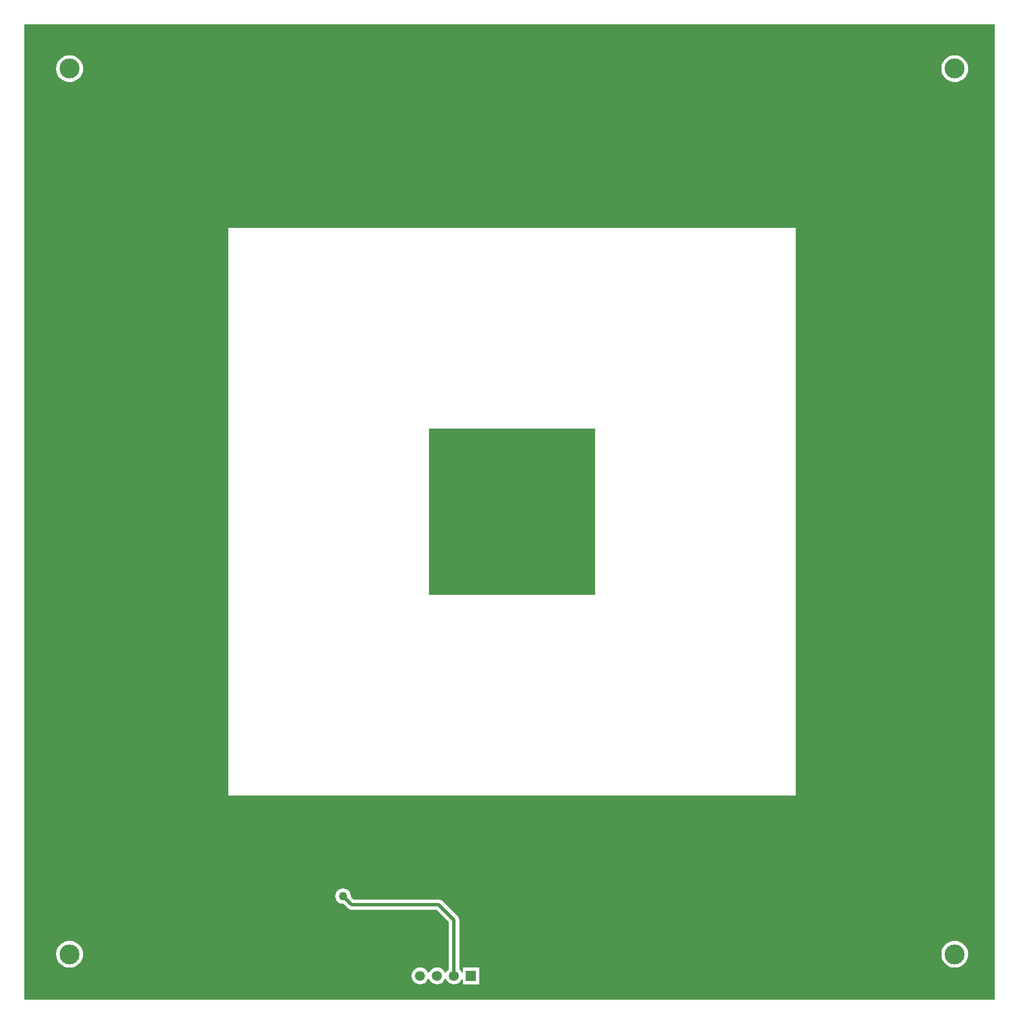
<source format=gbl>
%FSLAX25Y25*%
%MOIN*%
G70*
G01*
G75*
G04 Layer_Physical_Order=2*
G04 Layer_Color=16711680*
%ADD10R,0.05512X0.05906*%
%ADD11R,0.02559X0.04331*%
%ADD12O,0.02559X0.04331*%
%ADD13R,0.05512X0.04724*%
%ADD14R,0.05906X0.05512*%
%ADD15R,0.04724X0.05512*%
%ADD16C,0.02000*%
%ADD17C,0.01000*%
%ADD18C,0.11811*%
%ADD19C,0.05906*%
%ADD20R,0.05906X0.05906*%
%ADD21C,0.05000*%
%ADD22R,0.98425X0.98425*%
G36*
X580000Y7500D02*
X7500D01*
Y582000D01*
Y582500D01*
X580000D01*
Y7500D01*
D02*
G37*
%LPC*%
G36*
X34252Y42196D02*
X32702Y42043D01*
X31212Y41591D01*
X29839Y40857D01*
X28635Y39869D01*
X27647Y38665D01*
X26913Y37292D01*
X26461Y35802D01*
X26308Y34252D01*
X26461Y32702D01*
X26913Y31212D01*
X27647Y29839D01*
X28635Y28635D01*
X29839Y27647D01*
X31212Y26913D01*
X32702Y26461D01*
X34252Y26308D01*
X35802Y26461D01*
X37292Y26913D01*
X38665Y27647D01*
X39869Y28635D01*
X40857Y29839D01*
X41591Y31212D01*
X42043Y32702D01*
X42196Y34252D01*
X42043Y35802D01*
X41591Y37292D01*
X40857Y38665D01*
X39869Y39869D01*
X38665Y40857D01*
X37292Y41591D01*
X35802Y42043D01*
X34252Y42196D01*
D02*
G37*
G36*
X195500Y73039D02*
X194325Y72884D01*
X193231Y72431D01*
X192291Y71709D01*
X191569Y70769D01*
X191116Y69675D01*
X190961Y68500D01*
X191116Y67325D01*
X191569Y66231D01*
X192291Y65291D01*
X193231Y64569D01*
X194325Y64116D01*
X195500Y63961D01*
X195729Y63991D01*
X198360Y61360D01*
X198987Y60879D01*
X199352Y60728D01*
X199717Y60577D01*
X199808Y60565D01*
X200500Y60474D01*
X200500Y60474D01*
X250747D01*
X257974Y53247D01*
Y25421D01*
X257468Y25032D01*
X256674Y23998D01*
X256271Y23024D01*
X255729D01*
X255326Y23998D01*
X254532Y25032D01*
X253498Y25826D01*
X252293Y26325D01*
X251000Y26496D01*
X249707Y26325D01*
X248502Y25826D01*
X247468Y25032D01*
X246674Y23998D01*
X246271Y23024D01*
X245729D01*
X245326Y23998D01*
X244532Y25032D01*
X243498Y25826D01*
X242293Y26325D01*
X241000Y26496D01*
X239707Y26325D01*
X238502Y25826D01*
X237468Y25032D01*
X236674Y23998D01*
X236175Y22793D01*
X236004Y21500D01*
X236175Y20207D01*
X236674Y19002D01*
X237468Y17968D01*
X238502Y17174D01*
X239707Y16675D01*
X241000Y16504D01*
X242293Y16675D01*
X243498Y17174D01*
X244532Y17968D01*
X245326Y19002D01*
X245729Y19976D01*
X246271D01*
X246674Y19002D01*
X247468Y17968D01*
X248502Y17174D01*
X249707Y16675D01*
X251000Y16504D01*
X252293Y16675D01*
X253498Y17174D01*
X254532Y17968D01*
X255326Y19002D01*
X255729Y19976D01*
X256271D01*
X256674Y19002D01*
X257468Y17968D01*
X258502Y17174D01*
X259707Y16675D01*
X261000Y16504D01*
X262293Y16675D01*
X263498Y17174D01*
X264532Y17968D01*
X265326Y19002D01*
X265547Y19536D01*
X266047Y19436D01*
Y16547D01*
X275953D01*
Y26453D01*
X266047D01*
Y23564D01*
X265547Y23464D01*
X265326Y23998D01*
X264532Y25032D01*
X264026Y25421D01*
Y54500D01*
X263923Y55283D01*
X263709Y55799D01*
X263620Y56013D01*
X263140Y56640D01*
X254140Y65640D01*
X253513Y66120D01*
X253299Y66209D01*
X252783Y66423D01*
X252000Y66526D01*
X201753D01*
X200009Y68271D01*
X200039Y68500D01*
X199884Y69675D01*
X199431Y70769D01*
X198709Y71709D01*
X197769Y72431D01*
X196675Y72884D01*
X195500Y73039D01*
D02*
G37*
G36*
X556299Y42196D02*
X554749Y42043D01*
X553259Y41591D01*
X551886Y40857D01*
X550682Y39869D01*
X549694Y38665D01*
X548960Y37292D01*
X548508Y35802D01*
X548355Y34252D01*
X548508Y32702D01*
X548960Y31212D01*
X549694Y29839D01*
X550682Y28635D01*
X551886Y27647D01*
X553259Y26913D01*
X554749Y26461D01*
X556299Y26308D01*
X557849Y26461D01*
X559339Y26913D01*
X560712Y27647D01*
X561916Y28635D01*
X562904Y29839D01*
X563638Y31212D01*
X564090Y32702D01*
X564243Y34252D01*
X564090Y35802D01*
X563638Y37292D01*
X562904Y38665D01*
X561916Y39869D01*
X560712Y40857D01*
X559339Y41591D01*
X557849Y42043D01*
X556299Y42196D01*
D02*
G37*
G36*
Y564243D02*
X554749Y564090D01*
X553259Y563638D01*
X551886Y562904D01*
X550682Y561916D01*
X549694Y560712D01*
X548960Y559339D01*
X548508Y557849D01*
X548355Y556299D01*
X548508Y554749D01*
X548960Y553259D01*
X549694Y551886D01*
X550682Y550682D01*
X551886Y549694D01*
X553259Y548960D01*
X554749Y548508D01*
X556299Y548355D01*
X557849Y548508D01*
X559339Y548960D01*
X560712Y549694D01*
X561916Y550682D01*
X562904Y551886D01*
X563638Y553259D01*
X564090Y554749D01*
X564243Y556299D01*
X564090Y557849D01*
X563638Y559339D01*
X562904Y560712D01*
X561916Y561916D01*
X560712Y562904D01*
X559339Y563638D01*
X557849Y564090D01*
X556299Y564243D01*
D02*
G37*
G36*
X34252D02*
X32702Y564090D01*
X31212Y563638D01*
X29839Y562904D01*
X28635Y561916D01*
X27647Y560712D01*
X26913Y559339D01*
X26461Y557849D01*
X26308Y556299D01*
X26461Y554749D01*
X26913Y553259D01*
X27647Y551886D01*
X28635Y550682D01*
X29839Y549694D01*
X31212Y548960D01*
X32702Y548508D01*
X34252Y548355D01*
X35802Y548508D01*
X37292Y548960D01*
X38665Y549694D01*
X39869Y550682D01*
X40857Y551886D01*
X41591Y553259D01*
X42043Y554749D01*
X42196Y556299D01*
X42043Y557849D01*
X41591Y559339D01*
X40857Y560712D01*
X39869Y561916D01*
X38665Y562904D01*
X37292Y563638D01*
X35802Y564090D01*
X34252Y564243D01*
D02*
G37*
G36*
X462598Y462598D02*
X127953D01*
Y127953D01*
X462598D01*
Y462598D01*
D02*
G37*
%LPD*%
D16*
X261000Y21500D02*
Y54500D01*
X252000Y63500D02*
X261000Y54500D01*
X195500Y68500D02*
X200500Y63500D01*
X252000D01*
D18*
X34252Y556299D02*
D03*
X556299D02*
D03*
Y34252D02*
D03*
X34252D02*
D03*
X293000Y293500D02*
D03*
D19*
X241000Y21500D02*
D03*
X251000D02*
D03*
X261000D02*
D03*
D20*
X271000D02*
D03*
D21*
X195500Y68500D02*
D03*
D22*
X295276Y295276D02*
D03*
M02*

</source>
